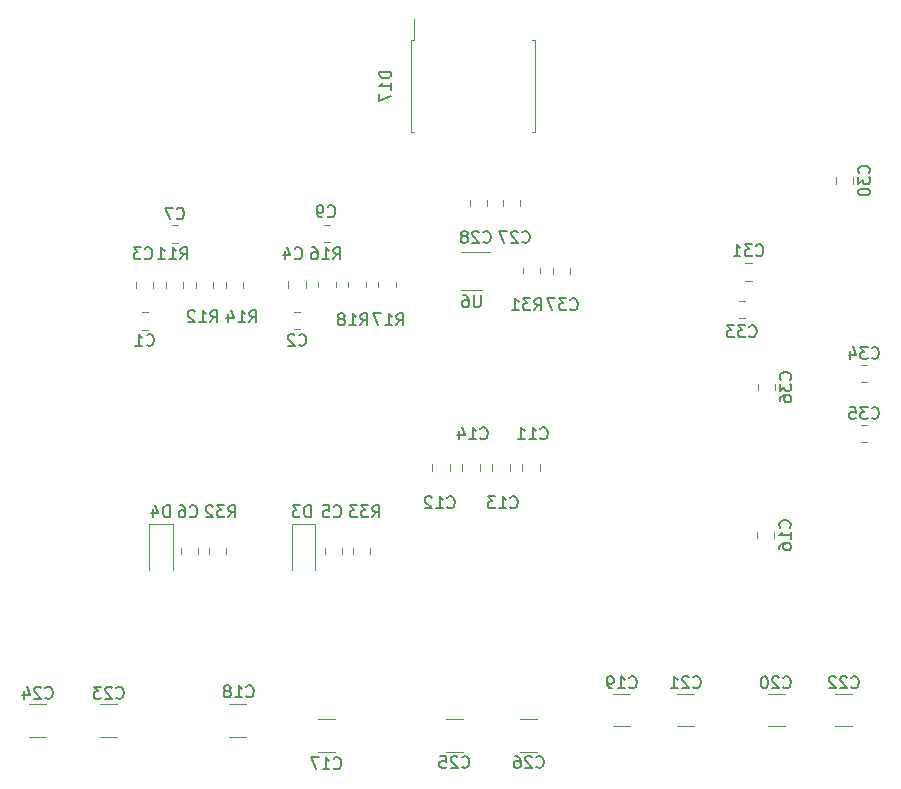
<source format=gbr>
%TF.GenerationSoftware,KiCad,Pcbnew,(6.0.1)*%
%TF.CreationDate,2023-04-21T13:11:10+03:00*%
%TF.ProjectId,Driver_Inductor,44726976-6572-45f4-996e-647563746f72,rev?*%
%TF.SameCoordinates,Original*%
%TF.FileFunction,Legend,Bot*%
%TF.FilePolarity,Positive*%
%FSLAX46Y46*%
G04 Gerber Fmt 4.6, Leading zero omitted, Abs format (unit mm)*
G04 Created by KiCad (PCBNEW (6.0.1)) date 2023-04-21 13:11:10*
%MOMM*%
%LPD*%
G01*
G04 APERTURE LIST*
%ADD10C,0.150000*%
%ADD11C,0.120000*%
G04 APERTURE END LIST*
D10*
%TO.C,C6*%
X125642666Y-107037142D02*
X125690285Y-107084761D01*
X125833142Y-107132380D01*
X125928380Y-107132380D01*
X126071238Y-107084761D01*
X126166476Y-106989523D01*
X126214095Y-106894285D01*
X126261714Y-106703809D01*
X126261714Y-106560952D01*
X126214095Y-106370476D01*
X126166476Y-106275238D01*
X126071238Y-106180000D01*
X125928380Y-106132380D01*
X125833142Y-106132380D01*
X125690285Y-106180000D01*
X125642666Y-106227619D01*
X124785523Y-106132380D02*
X124976000Y-106132380D01*
X125071238Y-106180000D01*
X125118857Y-106227619D01*
X125214095Y-106370476D01*
X125261714Y-106560952D01*
X125261714Y-106941904D01*
X125214095Y-107037142D01*
X125166476Y-107084761D01*
X125071238Y-107132380D01*
X124880761Y-107132380D01*
X124785523Y-107084761D01*
X124737904Y-107037142D01*
X124690285Y-106941904D01*
X124690285Y-106703809D01*
X124737904Y-106608571D01*
X124785523Y-106560952D01*
X124880761Y-106513333D01*
X125071238Y-106513333D01*
X125166476Y-106560952D01*
X125214095Y-106608571D01*
X125261714Y-106703809D01*
%TO.C,C14*%
X150248857Y-100433142D02*
X150296476Y-100480761D01*
X150439333Y-100528380D01*
X150534571Y-100528380D01*
X150677428Y-100480761D01*
X150772666Y-100385523D01*
X150820285Y-100290285D01*
X150867904Y-100099809D01*
X150867904Y-99956952D01*
X150820285Y-99766476D01*
X150772666Y-99671238D01*
X150677428Y-99576000D01*
X150534571Y-99528380D01*
X150439333Y-99528380D01*
X150296476Y-99576000D01*
X150248857Y-99623619D01*
X149296476Y-100528380D02*
X149867904Y-100528380D01*
X149582190Y-100528380D02*
X149582190Y-99528380D01*
X149677428Y-99671238D01*
X149772666Y-99766476D01*
X149867904Y-99814095D01*
X148439333Y-99861714D02*
X148439333Y-100528380D01*
X148677428Y-99480761D02*
X148915523Y-100195047D01*
X148296476Y-100195047D01*
%TO.C,C28*%
X150502857Y-83796142D02*
X150550476Y-83843761D01*
X150693333Y-83891380D01*
X150788571Y-83891380D01*
X150931428Y-83843761D01*
X151026666Y-83748523D01*
X151074285Y-83653285D01*
X151121904Y-83462809D01*
X151121904Y-83319952D01*
X151074285Y-83129476D01*
X151026666Y-83034238D01*
X150931428Y-82939000D01*
X150788571Y-82891380D01*
X150693333Y-82891380D01*
X150550476Y-82939000D01*
X150502857Y-82986619D01*
X150121904Y-82986619D02*
X150074285Y-82939000D01*
X149979047Y-82891380D01*
X149740952Y-82891380D01*
X149645714Y-82939000D01*
X149598095Y-82986619D01*
X149550476Y-83081857D01*
X149550476Y-83177095D01*
X149598095Y-83319952D01*
X150169523Y-83891380D01*
X149550476Y-83891380D01*
X148979047Y-83319952D02*
X149074285Y-83272333D01*
X149121904Y-83224714D01*
X149169523Y-83129476D01*
X149169523Y-83081857D01*
X149121904Y-82986619D01*
X149074285Y-82939000D01*
X148979047Y-82891380D01*
X148788571Y-82891380D01*
X148693333Y-82939000D01*
X148645714Y-82986619D01*
X148598095Y-83081857D01*
X148598095Y-83129476D01*
X148645714Y-83224714D01*
X148693333Y-83272333D01*
X148788571Y-83319952D01*
X148979047Y-83319952D01*
X149074285Y-83367571D01*
X149121904Y-83415190D01*
X149169523Y-83510428D01*
X149169523Y-83700904D01*
X149121904Y-83796142D01*
X149074285Y-83843761D01*
X148979047Y-83891380D01*
X148788571Y-83891380D01*
X148693333Y-83843761D01*
X148645714Y-83796142D01*
X148598095Y-83700904D01*
X148598095Y-83510428D01*
X148645714Y-83415190D01*
X148693333Y-83367571D01*
X148788571Y-83319952D01*
%TO.C,R32*%
X128912857Y-107132380D02*
X129246190Y-106656190D01*
X129484285Y-107132380D02*
X129484285Y-106132380D01*
X129103333Y-106132380D01*
X129008095Y-106180000D01*
X128960476Y-106227619D01*
X128912857Y-106322857D01*
X128912857Y-106465714D01*
X128960476Y-106560952D01*
X129008095Y-106608571D01*
X129103333Y-106656190D01*
X129484285Y-106656190D01*
X128579523Y-106132380D02*
X127960476Y-106132380D01*
X128293809Y-106513333D01*
X128150952Y-106513333D01*
X128055714Y-106560952D01*
X128008095Y-106608571D01*
X127960476Y-106703809D01*
X127960476Y-106941904D01*
X128008095Y-107037142D01*
X128055714Y-107084761D01*
X128150952Y-107132380D01*
X128436666Y-107132380D01*
X128531904Y-107084761D01*
X128579523Y-107037142D01*
X127579523Y-106227619D02*
X127531904Y-106180000D01*
X127436666Y-106132380D01*
X127198571Y-106132380D01*
X127103333Y-106180000D01*
X127055714Y-106227619D01*
X127008095Y-106322857D01*
X127008095Y-106418095D01*
X127055714Y-106560952D01*
X127627142Y-107132380D01*
X127008095Y-107132380D01*
%TO.C,R14*%
X130690857Y-90622380D02*
X131024190Y-90146190D01*
X131262285Y-90622380D02*
X131262285Y-89622380D01*
X130881333Y-89622380D01*
X130786095Y-89670000D01*
X130738476Y-89717619D01*
X130690857Y-89812857D01*
X130690857Y-89955714D01*
X130738476Y-90050952D01*
X130786095Y-90098571D01*
X130881333Y-90146190D01*
X131262285Y-90146190D01*
X129738476Y-90622380D02*
X130309904Y-90622380D01*
X130024190Y-90622380D02*
X130024190Y-89622380D01*
X130119428Y-89765238D01*
X130214666Y-89860476D01*
X130309904Y-89908095D01*
X128881333Y-89955714D02*
X128881333Y-90622380D01*
X129119428Y-89574761D02*
X129357523Y-90289047D01*
X128738476Y-90289047D01*
%TO.C,C16*%
X176433542Y-108002342D02*
X176481161Y-107954723D01*
X176528780Y-107811866D01*
X176528780Y-107716628D01*
X176481161Y-107573771D01*
X176385923Y-107478533D01*
X176290685Y-107430914D01*
X176100209Y-107383295D01*
X175957352Y-107383295D01*
X175766876Y-107430914D01*
X175671638Y-107478533D01*
X175576400Y-107573771D01*
X175528780Y-107716628D01*
X175528780Y-107811866D01*
X175576400Y-107954723D01*
X175624019Y-108002342D01*
X176528780Y-108954723D02*
X176528780Y-108383295D01*
X176528780Y-108669009D02*
X175528780Y-108669009D01*
X175671638Y-108573771D01*
X175766876Y-108478533D01*
X175814495Y-108383295D01*
X175528780Y-109811866D02*
X175528780Y-109621390D01*
X175576400Y-109526152D01*
X175624019Y-109478533D01*
X175766876Y-109383295D01*
X175957352Y-109335676D01*
X176338304Y-109335676D01*
X176433542Y-109383295D01*
X176481161Y-109430914D01*
X176528780Y-109526152D01*
X176528780Y-109716628D01*
X176481161Y-109811866D01*
X176433542Y-109859485D01*
X176338304Y-109907104D01*
X176100209Y-109907104D01*
X176004971Y-109859485D01*
X175957352Y-109811866D01*
X175909733Y-109716628D01*
X175909733Y-109526152D01*
X175957352Y-109430914D01*
X176004971Y-109383295D01*
X176100209Y-109335676D01*
%TO.C,C9*%
X137326666Y-81637142D02*
X137374285Y-81684761D01*
X137517142Y-81732380D01*
X137612380Y-81732380D01*
X137755238Y-81684761D01*
X137850476Y-81589523D01*
X137898095Y-81494285D01*
X137945714Y-81303809D01*
X137945714Y-81160952D01*
X137898095Y-80970476D01*
X137850476Y-80875238D01*
X137755238Y-80780000D01*
X137612380Y-80732380D01*
X137517142Y-80732380D01*
X137374285Y-80780000D01*
X137326666Y-80827619D01*
X136850476Y-81732380D02*
X136660000Y-81732380D01*
X136564761Y-81684761D01*
X136517142Y-81637142D01*
X136421904Y-81494285D01*
X136374285Y-81303809D01*
X136374285Y-80922857D01*
X136421904Y-80827619D01*
X136469523Y-80780000D01*
X136564761Y-80732380D01*
X136755238Y-80732380D01*
X136850476Y-80780000D01*
X136898095Y-80827619D01*
X136945714Y-80922857D01*
X136945714Y-81160952D01*
X136898095Y-81256190D01*
X136850476Y-81303809D01*
X136755238Y-81351428D01*
X136564761Y-81351428D01*
X136469523Y-81303809D01*
X136421904Y-81256190D01*
X136374285Y-81160952D01*
%TO.C,R16*%
X137802857Y-85288380D02*
X138136190Y-84812190D01*
X138374285Y-85288380D02*
X138374285Y-84288380D01*
X137993333Y-84288380D01*
X137898095Y-84336000D01*
X137850476Y-84383619D01*
X137802857Y-84478857D01*
X137802857Y-84621714D01*
X137850476Y-84716952D01*
X137898095Y-84764571D01*
X137993333Y-84812190D01*
X138374285Y-84812190D01*
X136850476Y-85288380D02*
X137421904Y-85288380D01*
X137136190Y-85288380D02*
X137136190Y-84288380D01*
X137231428Y-84431238D01*
X137326666Y-84526476D01*
X137421904Y-84574095D01*
X135993333Y-84288380D02*
X136183809Y-84288380D01*
X136279047Y-84336000D01*
X136326666Y-84383619D01*
X136421904Y-84526476D01*
X136469523Y-84716952D01*
X136469523Y-85097904D01*
X136421904Y-85193142D01*
X136374285Y-85240761D01*
X136279047Y-85288380D01*
X136088571Y-85288380D01*
X135993333Y-85240761D01*
X135945714Y-85193142D01*
X135898095Y-85097904D01*
X135898095Y-84859809D01*
X135945714Y-84764571D01*
X135993333Y-84716952D01*
X136088571Y-84669333D01*
X136279047Y-84669333D01*
X136374285Y-84716952D01*
X136421904Y-84764571D01*
X136469523Y-84859809D01*
%TO.C,C1*%
X121985066Y-92537342D02*
X122032685Y-92584961D01*
X122175542Y-92632580D01*
X122270780Y-92632580D01*
X122413638Y-92584961D01*
X122508876Y-92489723D01*
X122556495Y-92394485D01*
X122604114Y-92204009D01*
X122604114Y-92061152D01*
X122556495Y-91870676D01*
X122508876Y-91775438D01*
X122413638Y-91680200D01*
X122270780Y-91632580D01*
X122175542Y-91632580D01*
X122032685Y-91680200D01*
X121985066Y-91727819D01*
X121032685Y-92632580D02*
X121604114Y-92632580D01*
X121318400Y-92632580D02*
X121318400Y-91632580D01*
X121413638Y-91775438D01*
X121508876Y-91870676D01*
X121604114Y-91918295D01*
%TO.C,C23*%
X119426357Y-122390142D02*
X119473976Y-122437761D01*
X119616833Y-122485380D01*
X119712071Y-122485380D01*
X119854928Y-122437761D01*
X119950166Y-122342523D01*
X119997785Y-122247285D01*
X120045404Y-122056809D01*
X120045404Y-121913952D01*
X119997785Y-121723476D01*
X119950166Y-121628238D01*
X119854928Y-121533000D01*
X119712071Y-121485380D01*
X119616833Y-121485380D01*
X119473976Y-121533000D01*
X119426357Y-121580619D01*
X119045404Y-121580619D02*
X118997785Y-121533000D01*
X118902547Y-121485380D01*
X118664452Y-121485380D01*
X118569214Y-121533000D01*
X118521595Y-121580619D01*
X118473976Y-121675857D01*
X118473976Y-121771095D01*
X118521595Y-121913952D01*
X119093023Y-122485380D01*
X118473976Y-122485380D01*
X118140642Y-121485380D02*
X117521595Y-121485380D01*
X117854928Y-121866333D01*
X117712071Y-121866333D01*
X117616833Y-121913952D01*
X117569214Y-121961571D01*
X117521595Y-122056809D01*
X117521595Y-122294904D01*
X117569214Y-122390142D01*
X117616833Y-122437761D01*
X117712071Y-122485380D01*
X117997785Y-122485380D01*
X118093023Y-122437761D01*
X118140642Y-122390142D01*
%TO.C,C36*%
X176484342Y-95476242D02*
X176531961Y-95428623D01*
X176579580Y-95285766D01*
X176579580Y-95190528D01*
X176531961Y-95047671D01*
X176436723Y-94952433D01*
X176341485Y-94904814D01*
X176151009Y-94857195D01*
X176008152Y-94857195D01*
X175817676Y-94904814D01*
X175722438Y-94952433D01*
X175627200Y-95047671D01*
X175579580Y-95190528D01*
X175579580Y-95285766D01*
X175627200Y-95428623D01*
X175674819Y-95476242D01*
X175579580Y-95809576D02*
X175579580Y-96428623D01*
X175960533Y-96095290D01*
X175960533Y-96238147D01*
X176008152Y-96333385D01*
X176055771Y-96381004D01*
X176151009Y-96428623D01*
X176389104Y-96428623D01*
X176484342Y-96381004D01*
X176531961Y-96333385D01*
X176579580Y-96238147D01*
X176579580Y-95952433D01*
X176531961Y-95857195D01*
X176484342Y-95809576D01*
X175579580Y-97285766D02*
X175579580Y-97095290D01*
X175627200Y-97000052D01*
X175674819Y-96952433D01*
X175817676Y-96857195D01*
X176008152Y-96809576D01*
X176389104Y-96809576D01*
X176484342Y-96857195D01*
X176531961Y-96904814D01*
X176579580Y-97000052D01*
X176579580Y-97190528D01*
X176531961Y-97285766D01*
X176484342Y-97333385D01*
X176389104Y-97381004D01*
X176151009Y-97381004D01*
X176055771Y-97333385D01*
X176008152Y-97285766D01*
X175960533Y-97190528D01*
X175960533Y-97000052D01*
X176008152Y-96904814D01*
X176055771Y-96857195D01*
X176151009Y-96809576D01*
%TO.C,R12*%
X127388857Y-90622380D02*
X127722190Y-90146190D01*
X127960285Y-90622380D02*
X127960285Y-89622380D01*
X127579333Y-89622380D01*
X127484095Y-89670000D01*
X127436476Y-89717619D01*
X127388857Y-89812857D01*
X127388857Y-89955714D01*
X127436476Y-90050952D01*
X127484095Y-90098571D01*
X127579333Y-90146190D01*
X127960285Y-90146190D01*
X126436476Y-90622380D02*
X127007904Y-90622380D01*
X126722190Y-90622380D02*
X126722190Y-89622380D01*
X126817428Y-89765238D01*
X126912666Y-89860476D01*
X127007904Y-89908095D01*
X126055523Y-89717619D02*
X126007904Y-89670000D01*
X125912666Y-89622380D01*
X125674571Y-89622380D01*
X125579333Y-89670000D01*
X125531714Y-89717619D01*
X125484095Y-89812857D01*
X125484095Y-89908095D01*
X125531714Y-90050952D01*
X126103142Y-90622380D01*
X125484095Y-90622380D01*
%TO.C,C35*%
X183370457Y-98702342D02*
X183418076Y-98749961D01*
X183560933Y-98797580D01*
X183656171Y-98797580D01*
X183799028Y-98749961D01*
X183894266Y-98654723D01*
X183941885Y-98559485D01*
X183989504Y-98369009D01*
X183989504Y-98226152D01*
X183941885Y-98035676D01*
X183894266Y-97940438D01*
X183799028Y-97845200D01*
X183656171Y-97797580D01*
X183560933Y-97797580D01*
X183418076Y-97845200D01*
X183370457Y-97892819D01*
X183037123Y-97797580D02*
X182418076Y-97797580D01*
X182751409Y-98178533D01*
X182608552Y-98178533D01*
X182513314Y-98226152D01*
X182465695Y-98273771D01*
X182418076Y-98369009D01*
X182418076Y-98607104D01*
X182465695Y-98702342D01*
X182513314Y-98749961D01*
X182608552Y-98797580D01*
X182894266Y-98797580D01*
X182989504Y-98749961D01*
X183037123Y-98702342D01*
X181513314Y-97797580D02*
X181989504Y-97797580D01*
X182037123Y-98273771D01*
X181989504Y-98226152D01*
X181894266Y-98178533D01*
X181656171Y-98178533D01*
X181560933Y-98226152D01*
X181513314Y-98273771D01*
X181465695Y-98369009D01*
X181465695Y-98607104D01*
X181513314Y-98702342D01*
X181560933Y-98749961D01*
X181656171Y-98797580D01*
X181894266Y-98797580D01*
X181989504Y-98749961D01*
X182037123Y-98702342D01*
%TO.C,C20*%
X175902857Y-121515142D02*
X175950476Y-121562761D01*
X176093333Y-121610380D01*
X176188571Y-121610380D01*
X176331428Y-121562761D01*
X176426666Y-121467523D01*
X176474285Y-121372285D01*
X176521904Y-121181809D01*
X176521904Y-121038952D01*
X176474285Y-120848476D01*
X176426666Y-120753238D01*
X176331428Y-120658000D01*
X176188571Y-120610380D01*
X176093333Y-120610380D01*
X175950476Y-120658000D01*
X175902857Y-120705619D01*
X175521904Y-120705619D02*
X175474285Y-120658000D01*
X175379047Y-120610380D01*
X175140952Y-120610380D01*
X175045714Y-120658000D01*
X174998095Y-120705619D01*
X174950476Y-120800857D01*
X174950476Y-120896095D01*
X174998095Y-121038952D01*
X175569523Y-121610380D01*
X174950476Y-121610380D01*
X174331428Y-120610380D02*
X174236190Y-120610380D01*
X174140952Y-120658000D01*
X174093333Y-120705619D01*
X174045714Y-120800857D01*
X173998095Y-120991333D01*
X173998095Y-121229428D01*
X174045714Y-121419904D01*
X174093333Y-121515142D01*
X174140952Y-121562761D01*
X174236190Y-121610380D01*
X174331428Y-121610380D01*
X174426666Y-121562761D01*
X174474285Y-121515142D01*
X174521904Y-121419904D01*
X174569523Y-121229428D01*
X174569523Y-120991333D01*
X174521904Y-120800857D01*
X174474285Y-120705619D01*
X174426666Y-120658000D01*
X174331428Y-120610380D01*
%TO.C,U6*%
X150266304Y-88352380D02*
X150266304Y-89161904D01*
X150218685Y-89257142D01*
X150171066Y-89304761D01*
X150075828Y-89352380D01*
X149885352Y-89352380D01*
X149790114Y-89304761D01*
X149742495Y-89257142D01*
X149694876Y-89161904D01*
X149694876Y-88352380D01*
X148790114Y-88352380D02*
X148980590Y-88352380D01*
X149075828Y-88400000D01*
X149123447Y-88447619D01*
X149218685Y-88590476D01*
X149266304Y-88780952D01*
X149266304Y-89161904D01*
X149218685Y-89257142D01*
X149171066Y-89304761D01*
X149075828Y-89352380D01*
X148885352Y-89352380D01*
X148790114Y-89304761D01*
X148742495Y-89257142D01*
X148694876Y-89161904D01*
X148694876Y-88923809D01*
X148742495Y-88828571D01*
X148790114Y-88780952D01*
X148885352Y-88733333D01*
X149075828Y-88733333D01*
X149171066Y-88780952D01*
X149218685Y-88828571D01*
X149266304Y-88923809D01*
%TO.C,C5*%
X137834666Y-107037142D02*
X137882285Y-107084761D01*
X138025142Y-107132380D01*
X138120380Y-107132380D01*
X138263238Y-107084761D01*
X138358476Y-106989523D01*
X138406095Y-106894285D01*
X138453714Y-106703809D01*
X138453714Y-106560952D01*
X138406095Y-106370476D01*
X138358476Y-106275238D01*
X138263238Y-106180000D01*
X138120380Y-106132380D01*
X138025142Y-106132380D01*
X137882285Y-106180000D01*
X137834666Y-106227619D01*
X136929904Y-106132380D02*
X137406095Y-106132380D01*
X137453714Y-106608571D01*
X137406095Y-106560952D01*
X137310857Y-106513333D01*
X137072761Y-106513333D01*
X136977523Y-106560952D01*
X136929904Y-106608571D01*
X136882285Y-106703809D01*
X136882285Y-106941904D01*
X136929904Y-107037142D01*
X136977523Y-107084761D01*
X137072761Y-107132380D01*
X137310857Y-107132380D01*
X137406095Y-107084761D01*
X137453714Y-107037142D01*
%TO.C,D17*%
X142692380Y-69397714D02*
X141692380Y-69397714D01*
X141692380Y-69635809D01*
X141740000Y-69778666D01*
X141835238Y-69873904D01*
X141930476Y-69921523D01*
X142120952Y-69969142D01*
X142263809Y-69969142D01*
X142454285Y-69921523D01*
X142549523Y-69873904D01*
X142644761Y-69778666D01*
X142692380Y-69635809D01*
X142692380Y-69397714D01*
X142692380Y-70921523D02*
X142692380Y-70350095D01*
X142692380Y-70635809D02*
X141692380Y-70635809D01*
X141835238Y-70540571D01*
X141930476Y-70445333D01*
X141978095Y-70350095D01*
X141692380Y-71254857D02*
X141692380Y-71921523D01*
X142692380Y-71492952D01*
%TO.C,C4*%
X134532666Y-85193142D02*
X134580285Y-85240761D01*
X134723142Y-85288380D01*
X134818380Y-85288380D01*
X134961238Y-85240761D01*
X135056476Y-85145523D01*
X135104095Y-85050285D01*
X135151714Y-84859809D01*
X135151714Y-84716952D01*
X135104095Y-84526476D01*
X135056476Y-84431238D01*
X134961238Y-84336000D01*
X134818380Y-84288380D01*
X134723142Y-84288380D01*
X134580285Y-84336000D01*
X134532666Y-84383619D01*
X133675523Y-84621714D02*
X133675523Y-85288380D01*
X133913619Y-84240761D02*
X134151714Y-84955047D01*
X133532666Y-84955047D01*
%TO.C,R33*%
X141104857Y-107132380D02*
X141438190Y-106656190D01*
X141676285Y-107132380D02*
X141676285Y-106132380D01*
X141295333Y-106132380D01*
X141200095Y-106180000D01*
X141152476Y-106227619D01*
X141104857Y-106322857D01*
X141104857Y-106465714D01*
X141152476Y-106560952D01*
X141200095Y-106608571D01*
X141295333Y-106656190D01*
X141676285Y-106656190D01*
X140771523Y-106132380D02*
X140152476Y-106132380D01*
X140485809Y-106513333D01*
X140342952Y-106513333D01*
X140247714Y-106560952D01*
X140200095Y-106608571D01*
X140152476Y-106703809D01*
X140152476Y-106941904D01*
X140200095Y-107037142D01*
X140247714Y-107084761D01*
X140342952Y-107132380D01*
X140628666Y-107132380D01*
X140723904Y-107084761D01*
X140771523Y-107037142D01*
X139819142Y-106132380D02*
X139200095Y-106132380D01*
X139533428Y-106513333D01*
X139390571Y-106513333D01*
X139295333Y-106560952D01*
X139247714Y-106608571D01*
X139200095Y-106703809D01*
X139200095Y-106941904D01*
X139247714Y-107037142D01*
X139295333Y-107084761D01*
X139390571Y-107132380D01*
X139676285Y-107132380D01*
X139771523Y-107084761D01*
X139819142Y-107037142D01*
%TO.C,C11*%
X155328857Y-100433142D02*
X155376476Y-100480761D01*
X155519333Y-100528380D01*
X155614571Y-100528380D01*
X155757428Y-100480761D01*
X155852666Y-100385523D01*
X155900285Y-100290285D01*
X155947904Y-100099809D01*
X155947904Y-99956952D01*
X155900285Y-99766476D01*
X155852666Y-99671238D01*
X155757428Y-99576000D01*
X155614571Y-99528380D01*
X155519333Y-99528380D01*
X155376476Y-99576000D01*
X155328857Y-99623619D01*
X154376476Y-100528380D02*
X154947904Y-100528380D01*
X154662190Y-100528380D02*
X154662190Y-99528380D01*
X154757428Y-99671238D01*
X154852666Y-99766476D01*
X154947904Y-99814095D01*
X153424095Y-100528380D02*
X153995523Y-100528380D01*
X153709809Y-100528380D02*
X153709809Y-99528380D01*
X153805047Y-99671238D01*
X153900285Y-99766476D01*
X153995523Y-99814095D01*
%TO.C,D3*%
X135866095Y-107132380D02*
X135866095Y-106132380D01*
X135628000Y-106132380D01*
X135485142Y-106180000D01*
X135389904Y-106275238D01*
X135342285Y-106370476D01*
X135294666Y-106560952D01*
X135294666Y-106703809D01*
X135342285Y-106894285D01*
X135389904Y-106989523D01*
X135485142Y-107084761D01*
X135628000Y-107132380D01*
X135866095Y-107132380D01*
X134961333Y-106132380D02*
X134342285Y-106132380D01*
X134675619Y-106513333D01*
X134532761Y-106513333D01*
X134437523Y-106560952D01*
X134389904Y-106608571D01*
X134342285Y-106703809D01*
X134342285Y-106941904D01*
X134389904Y-107037142D01*
X134437523Y-107084761D01*
X134532761Y-107132380D01*
X134818476Y-107132380D01*
X134913714Y-107084761D01*
X134961333Y-107037142D01*
%TO.C,C21*%
X168282857Y-121501142D02*
X168330476Y-121548761D01*
X168473333Y-121596380D01*
X168568571Y-121596380D01*
X168711428Y-121548761D01*
X168806666Y-121453523D01*
X168854285Y-121358285D01*
X168901904Y-121167809D01*
X168901904Y-121024952D01*
X168854285Y-120834476D01*
X168806666Y-120739238D01*
X168711428Y-120644000D01*
X168568571Y-120596380D01*
X168473333Y-120596380D01*
X168330476Y-120644000D01*
X168282857Y-120691619D01*
X167901904Y-120691619D02*
X167854285Y-120644000D01*
X167759047Y-120596380D01*
X167520952Y-120596380D01*
X167425714Y-120644000D01*
X167378095Y-120691619D01*
X167330476Y-120786857D01*
X167330476Y-120882095D01*
X167378095Y-121024952D01*
X167949523Y-121596380D01*
X167330476Y-121596380D01*
X166378095Y-121596380D02*
X166949523Y-121596380D01*
X166663809Y-121596380D02*
X166663809Y-120596380D01*
X166759047Y-120739238D01*
X166854285Y-120834476D01*
X166949523Y-120882095D01*
%TO.C,D4*%
X123928095Y-107132380D02*
X123928095Y-106132380D01*
X123690000Y-106132380D01*
X123547142Y-106180000D01*
X123451904Y-106275238D01*
X123404285Y-106370476D01*
X123356666Y-106560952D01*
X123356666Y-106703809D01*
X123404285Y-106894285D01*
X123451904Y-106989523D01*
X123547142Y-107084761D01*
X123690000Y-107132380D01*
X123928095Y-107132380D01*
X122499523Y-106465714D02*
X122499523Y-107132380D01*
X122737619Y-106084761D02*
X122975714Y-106799047D01*
X122356666Y-106799047D01*
%TO.C,C12*%
X147454857Y-106275142D02*
X147502476Y-106322761D01*
X147645333Y-106370380D01*
X147740571Y-106370380D01*
X147883428Y-106322761D01*
X147978666Y-106227523D01*
X148026285Y-106132285D01*
X148073904Y-105941809D01*
X148073904Y-105798952D01*
X148026285Y-105608476D01*
X147978666Y-105513238D01*
X147883428Y-105418000D01*
X147740571Y-105370380D01*
X147645333Y-105370380D01*
X147502476Y-105418000D01*
X147454857Y-105465619D01*
X146502476Y-106370380D02*
X147073904Y-106370380D01*
X146788190Y-106370380D02*
X146788190Y-105370380D01*
X146883428Y-105513238D01*
X146978666Y-105608476D01*
X147073904Y-105656095D01*
X146121523Y-105465619D02*
X146073904Y-105418000D01*
X145978666Y-105370380D01*
X145740571Y-105370380D01*
X145645333Y-105418000D01*
X145597714Y-105465619D01*
X145550095Y-105560857D01*
X145550095Y-105656095D01*
X145597714Y-105798952D01*
X146169142Y-106370380D01*
X145550095Y-106370380D01*
%TO.C,C18*%
X130436857Y-122277142D02*
X130484476Y-122324761D01*
X130627333Y-122372380D01*
X130722571Y-122372380D01*
X130865428Y-122324761D01*
X130960666Y-122229523D01*
X131008285Y-122134285D01*
X131055904Y-121943809D01*
X131055904Y-121800952D01*
X131008285Y-121610476D01*
X130960666Y-121515238D01*
X130865428Y-121420000D01*
X130722571Y-121372380D01*
X130627333Y-121372380D01*
X130484476Y-121420000D01*
X130436857Y-121467619D01*
X129484476Y-122372380D02*
X130055904Y-122372380D01*
X129770190Y-122372380D02*
X129770190Y-121372380D01*
X129865428Y-121515238D01*
X129960666Y-121610476D01*
X130055904Y-121658095D01*
X128913047Y-121800952D02*
X129008285Y-121753333D01*
X129055904Y-121705714D01*
X129103523Y-121610476D01*
X129103523Y-121562857D01*
X129055904Y-121467619D01*
X129008285Y-121420000D01*
X128913047Y-121372380D01*
X128722571Y-121372380D01*
X128627333Y-121420000D01*
X128579714Y-121467619D01*
X128532095Y-121562857D01*
X128532095Y-121610476D01*
X128579714Y-121705714D01*
X128627333Y-121753333D01*
X128722571Y-121800952D01*
X128913047Y-121800952D01*
X129008285Y-121848571D01*
X129055904Y-121896190D01*
X129103523Y-121991428D01*
X129103523Y-122181904D01*
X129055904Y-122277142D01*
X129008285Y-122324761D01*
X128913047Y-122372380D01*
X128722571Y-122372380D01*
X128627333Y-122324761D01*
X128579714Y-122277142D01*
X128532095Y-122181904D01*
X128532095Y-121991428D01*
X128579714Y-121896190D01*
X128627333Y-121848571D01*
X128722571Y-121800952D01*
%TO.C,R31*%
X154820857Y-89606380D02*
X155154190Y-89130190D01*
X155392285Y-89606380D02*
X155392285Y-88606380D01*
X155011333Y-88606380D01*
X154916095Y-88654000D01*
X154868476Y-88701619D01*
X154820857Y-88796857D01*
X154820857Y-88939714D01*
X154868476Y-89034952D01*
X154916095Y-89082571D01*
X155011333Y-89130190D01*
X155392285Y-89130190D01*
X154487523Y-88606380D02*
X153868476Y-88606380D01*
X154201809Y-88987333D01*
X154058952Y-88987333D01*
X153963714Y-89034952D01*
X153916095Y-89082571D01*
X153868476Y-89177809D01*
X153868476Y-89415904D01*
X153916095Y-89511142D01*
X153963714Y-89558761D01*
X154058952Y-89606380D01*
X154344666Y-89606380D01*
X154439904Y-89558761D01*
X154487523Y-89511142D01*
X152916095Y-89606380D02*
X153487523Y-89606380D01*
X153201809Y-89606380D02*
X153201809Y-88606380D01*
X153297047Y-88749238D01*
X153392285Y-88844476D01*
X153487523Y-88892095D01*
%TO.C,C22*%
X181656357Y-121505642D02*
X181703976Y-121553261D01*
X181846833Y-121600880D01*
X181942071Y-121600880D01*
X182084928Y-121553261D01*
X182180166Y-121458023D01*
X182227785Y-121362785D01*
X182275404Y-121172309D01*
X182275404Y-121029452D01*
X182227785Y-120838976D01*
X182180166Y-120743738D01*
X182084928Y-120648500D01*
X181942071Y-120600880D01*
X181846833Y-120600880D01*
X181703976Y-120648500D01*
X181656357Y-120696119D01*
X181275404Y-120696119D02*
X181227785Y-120648500D01*
X181132547Y-120600880D01*
X180894452Y-120600880D01*
X180799214Y-120648500D01*
X180751595Y-120696119D01*
X180703976Y-120791357D01*
X180703976Y-120886595D01*
X180751595Y-121029452D01*
X181323023Y-121600880D01*
X180703976Y-121600880D01*
X180323023Y-120696119D02*
X180275404Y-120648500D01*
X180180166Y-120600880D01*
X179942071Y-120600880D01*
X179846833Y-120648500D01*
X179799214Y-120696119D01*
X179751595Y-120791357D01*
X179751595Y-120886595D01*
X179799214Y-121029452D01*
X180370642Y-121600880D01*
X179751595Y-121600880D01*
%TO.C,C30*%
X183139142Y-77970142D02*
X183186761Y-77922523D01*
X183234380Y-77779666D01*
X183234380Y-77684428D01*
X183186761Y-77541571D01*
X183091523Y-77446333D01*
X182996285Y-77398714D01*
X182805809Y-77351095D01*
X182662952Y-77351095D01*
X182472476Y-77398714D01*
X182377238Y-77446333D01*
X182282000Y-77541571D01*
X182234380Y-77684428D01*
X182234380Y-77779666D01*
X182282000Y-77922523D01*
X182329619Y-77970142D01*
X182234380Y-78303476D02*
X182234380Y-78922523D01*
X182615333Y-78589190D01*
X182615333Y-78732047D01*
X182662952Y-78827285D01*
X182710571Y-78874904D01*
X182805809Y-78922523D01*
X183043904Y-78922523D01*
X183139142Y-78874904D01*
X183186761Y-78827285D01*
X183234380Y-78732047D01*
X183234380Y-78446333D01*
X183186761Y-78351095D01*
X183139142Y-78303476D01*
X182234380Y-79541571D02*
X182234380Y-79636809D01*
X182282000Y-79732047D01*
X182329619Y-79779666D01*
X182424857Y-79827285D01*
X182615333Y-79874904D01*
X182853428Y-79874904D01*
X183043904Y-79827285D01*
X183139142Y-79779666D01*
X183186761Y-79732047D01*
X183234380Y-79636809D01*
X183234380Y-79541571D01*
X183186761Y-79446333D01*
X183139142Y-79398714D01*
X183043904Y-79351095D01*
X182853428Y-79303476D01*
X182615333Y-79303476D01*
X182424857Y-79351095D01*
X182329619Y-79398714D01*
X182282000Y-79446333D01*
X182234380Y-79541571D01*
%TO.C,C19*%
X162860357Y-121515142D02*
X162907976Y-121562761D01*
X163050833Y-121610380D01*
X163146071Y-121610380D01*
X163288928Y-121562761D01*
X163384166Y-121467523D01*
X163431785Y-121372285D01*
X163479404Y-121181809D01*
X163479404Y-121038952D01*
X163431785Y-120848476D01*
X163384166Y-120753238D01*
X163288928Y-120658000D01*
X163146071Y-120610380D01*
X163050833Y-120610380D01*
X162907976Y-120658000D01*
X162860357Y-120705619D01*
X161907976Y-121610380D02*
X162479404Y-121610380D01*
X162193690Y-121610380D02*
X162193690Y-120610380D01*
X162288928Y-120753238D01*
X162384166Y-120848476D01*
X162479404Y-120896095D01*
X161431785Y-121610380D02*
X161241309Y-121610380D01*
X161146071Y-121562761D01*
X161098452Y-121515142D01*
X161003214Y-121372285D01*
X160955595Y-121181809D01*
X160955595Y-120800857D01*
X161003214Y-120705619D01*
X161050833Y-120658000D01*
X161146071Y-120610380D01*
X161336547Y-120610380D01*
X161431785Y-120658000D01*
X161479404Y-120705619D01*
X161527023Y-120800857D01*
X161527023Y-121038952D01*
X161479404Y-121134190D01*
X161431785Y-121181809D01*
X161336547Y-121229428D01*
X161146071Y-121229428D01*
X161050833Y-121181809D01*
X161003214Y-121134190D01*
X160955595Y-121038952D01*
%TO.C,R17*%
X143136857Y-90876380D02*
X143470190Y-90400190D01*
X143708285Y-90876380D02*
X143708285Y-89876380D01*
X143327333Y-89876380D01*
X143232095Y-89924000D01*
X143184476Y-89971619D01*
X143136857Y-90066857D01*
X143136857Y-90209714D01*
X143184476Y-90304952D01*
X143232095Y-90352571D01*
X143327333Y-90400190D01*
X143708285Y-90400190D01*
X142184476Y-90876380D02*
X142755904Y-90876380D01*
X142470190Y-90876380D02*
X142470190Y-89876380D01*
X142565428Y-90019238D01*
X142660666Y-90114476D01*
X142755904Y-90162095D01*
X141851142Y-89876380D02*
X141184476Y-89876380D01*
X141613047Y-90876380D01*
%TO.C,C2*%
X134888266Y-92511942D02*
X134935885Y-92559561D01*
X135078742Y-92607180D01*
X135173980Y-92607180D01*
X135316838Y-92559561D01*
X135412076Y-92464323D01*
X135459695Y-92369085D01*
X135507314Y-92178609D01*
X135507314Y-92035752D01*
X135459695Y-91845276D01*
X135412076Y-91750038D01*
X135316838Y-91654800D01*
X135173980Y-91607180D01*
X135078742Y-91607180D01*
X134935885Y-91654800D01*
X134888266Y-91702419D01*
X134507314Y-91702419D02*
X134459695Y-91654800D01*
X134364457Y-91607180D01*
X134126361Y-91607180D01*
X134031123Y-91654800D01*
X133983504Y-91702419D01*
X133935885Y-91797657D01*
X133935885Y-91892895D01*
X133983504Y-92035752D01*
X134554933Y-92607180D01*
X133935885Y-92607180D01*
%TO.C,C7*%
X124525066Y-81811342D02*
X124572685Y-81858961D01*
X124715542Y-81906580D01*
X124810780Y-81906580D01*
X124953638Y-81858961D01*
X125048876Y-81763723D01*
X125096495Y-81668485D01*
X125144114Y-81478009D01*
X125144114Y-81335152D01*
X125096495Y-81144676D01*
X125048876Y-81049438D01*
X124953638Y-80954200D01*
X124810780Y-80906580D01*
X124715542Y-80906580D01*
X124572685Y-80954200D01*
X124525066Y-81001819D01*
X124191733Y-80906580D02*
X123525066Y-80906580D01*
X123953638Y-81906580D01*
%TO.C,C31*%
X173595357Y-84939142D02*
X173642976Y-84986761D01*
X173785833Y-85034380D01*
X173881071Y-85034380D01*
X174023928Y-84986761D01*
X174119166Y-84891523D01*
X174166785Y-84796285D01*
X174214404Y-84605809D01*
X174214404Y-84462952D01*
X174166785Y-84272476D01*
X174119166Y-84177238D01*
X174023928Y-84082000D01*
X173881071Y-84034380D01*
X173785833Y-84034380D01*
X173642976Y-84082000D01*
X173595357Y-84129619D01*
X173262023Y-84034380D02*
X172642976Y-84034380D01*
X172976309Y-84415333D01*
X172833452Y-84415333D01*
X172738214Y-84462952D01*
X172690595Y-84510571D01*
X172642976Y-84605809D01*
X172642976Y-84843904D01*
X172690595Y-84939142D01*
X172738214Y-84986761D01*
X172833452Y-85034380D01*
X173119166Y-85034380D01*
X173214404Y-84986761D01*
X173262023Y-84939142D01*
X171690595Y-85034380D02*
X172262023Y-85034380D01*
X171976309Y-85034380D02*
X171976309Y-84034380D01*
X172071547Y-84177238D01*
X172166785Y-84272476D01*
X172262023Y-84320095D01*
%TO.C,C13*%
X152788857Y-106275142D02*
X152836476Y-106322761D01*
X152979333Y-106370380D01*
X153074571Y-106370380D01*
X153217428Y-106322761D01*
X153312666Y-106227523D01*
X153360285Y-106132285D01*
X153407904Y-105941809D01*
X153407904Y-105798952D01*
X153360285Y-105608476D01*
X153312666Y-105513238D01*
X153217428Y-105418000D01*
X153074571Y-105370380D01*
X152979333Y-105370380D01*
X152836476Y-105418000D01*
X152788857Y-105465619D01*
X151836476Y-106370380D02*
X152407904Y-106370380D01*
X152122190Y-106370380D02*
X152122190Y-105370380D01*
X152217428Y-105513238D01*
X152312666Y-105608476D01*
X152407904Y-105656095D01*
X151503142Y-105370380D02*
X150884095Y-105370380D01*
X151217428Y-105751333D01*
X151074571Y-105751333D01*
X150979333Y-105798952D01*
X150931714Y-105846571D01*
X150884095Y-105941809D01*
X150884095Y-106179904D01*
X150931714Y-106275142D01*
X150979333Y-106322761D01*
X151074571Y-106370380D01*
X151360285Y-106370380D01*
X151455523Y-106322761D01*
X151503142Y-106275142D01*
%TO.C,C24*%
X113418857Y-122390142D02*
X113466476Y-122437761D01*
X113609333Y-122485380D01*
X113704571Y-122485380D01*
X113847428Y-122437761D01*
X113942666Y-122342523D01*
X113990285Y-122247285D01*
X114037904Y-122056809D01*
X114037904Y-121913952D01*
X113990285Y-121723476D01*
X113942666Y-121628238D01*
X113847428Y-121533000D01*
X113704571Y-121485380D01*
X113609333Y-121485380D01*
X113466476Y-121533000D01*
X113418857Y-121580619D01*
X113037904Y-121580619D02*
X112990285Y-121533000D01*
X112895047Y-121485380D01*
X112656952Y-121485380D01*
X112561714Y-121533000D01*
X112514095Y-121580619D01*
X112466476Y-121675857D01*
X112466476Y-121771095D01*
X112514095Y-121913952D01*
X113085523Y-122485380D01*
X112466476Y-122485380D01*
X111609333Y-121818714D02*
X111609333Y-122485380D01*
X111847428Y-121437761D02*
X112085523Y-122152047D01*
X111466476Y-122152047D01*
%TO.C,R11*%
X124848857Y-85288380D02*
X125182190Y-84812190D01*
X125420285Y-85288380D02*
X125420285Y-84288380D01*
X125039333Y-84288380D01*
X124944095Y-84336000D01*
X124896476Y-84383619D01*
X124848857Y-84478857D01*
X124848857Y-84621714D01*
X124896476Y-84716952D01*
X124944095Y-84764571D01*
X125039333Y-84812190D01*
X125420285Y-84812190D01*
X123896476Y-85288380D02*
X124467904Y-85288380D01*
X124182190Y-85288380D02*
X124182190Y-84288380D01*
X124277428Y-84431238D01*
X124372666Y-84526476D01*
X124467904Y-84574095D01*
X122944095Y-85288380D02*
X123515523Y-85288380D01*
X123229809Y-85288380D02*
X123229809Y-84288380D01*
X123325047Y-84431238D01*
X123420285Y-84526476D01*
X123515523Y-84574095D01*
%TO.C,C34*%
X183370457Y-93622342D02*
X183418076Y-93669961D01*
X183560933Y-93717580D01*
X183656171Y-93717580D01*
X183799028Y-93669961D01*
X183894266Y-93574723D01*
X183941885Y-93479485D01*
X183989504Y-93289009D01*
X183989504Y-93146152D01*
X183941885Y-92955676D01*
X183894266Y-92860438D01*
X183799028Y-92765200D01*
X183656171Y-92717580D01*
X183560933Y-92717580D01*
X183418076Y-92765200D01*
X183370457Y-92812819D01*
X183037123Y-92717580D02*
X182418076Y-92717580D01*
X182751409Y-93098533D01*
X182608552Y-93098533D01*
X182513314Y-93146152D01*
X182465695Y-93193771D01*
X182418076Y-93289009D01*
X182418076Y-93527104D01*
X182465695Y-93622342D01*
X182513314Y-93669961D01*
X182608552Y-93717580D01*
X182894266Y-93717580D01*
X182989504Y-93669961D01*
X183037123Y-93622342D01*
X181560933Y-93050914D02*
X181560933Y-93717580D01*
X181799028Y-92669961D02*
X182037123Y-93384247D01*
X181418076Y-93384247D01*
%TO.C,C27*%
X153804857Y-83796142D02*
X153852476Y-83843761D01*
X153995333Y-83891380D01*
X154090571Y-83891380D01*
X154233428Y-83843761D01*
X154328666Y-83748523D01*
X154376285Y-83653285D01*
X154423904Y-83462809D01*
X154423904Y-83319952D01*
X154376285Y-83129476D01*
X154328666Y-83034238D01*
X154233428Y-82939000D01*
X154090571Y-82891380D01*
X153995333Y-82891380D01*
X153852476Y-82939000D01*
X153804857Y-82986619D01*
X153423904Y-82986619D02*
X153376285Y-82939000D01*
X153281047Y-82891380D01*
X153042952Y-82891380D01*
X152947714Y-82939000D01*
X152900095Y-82986619D01*
X152852476Y-83081857D01*
X152852476Y-83177095D01*
X152900095Y-83319952D01*
X153471523Y-83891380D01*
X152852476Y-83891380D01*
X152519142Y-82891380D02*
X151852476Y-82891380D01*
X152281047Y-83891380D01*
%TO.C,C17*%
X137841357Y-128373142D02*
X137888976Y-128420761D01*
X138031833Y-128468380D01*
X138127071Y-128468380D01*
X138269928Y-128420761D01*
X138365166Y-128325523D01*
X138412785Y-128230285D01*
X138460404Y-128039809D01*
X138460404Y-127896952D01*
X138412785Y-127706476D01*
X138365166Y-127611238D01*
X138269928Y-127516000D01*
X138127071Y-127468380D01*
X138031833Y-127468380D01*
X137888976Y-127516000D01*
X137841357Y-127563619D01*
X136888976Y-128468380D02*
X137460404Y-128468380D01*
X137174690Y-128468380D02*
X137174690Y-127468380D01*
X137269928Y-127611238D01*
X137365166Y-127706476D01*
X137460404Y-127754095D01*
X136555642Y-127468380D02*
X135888976Y-127468380D01*
X136317547Y-128468380D01*
%TO.C,R18*%
X140088857Y-90876380D02*
X140422190Y-90400190D01*
X140660285Y-90876380D02*
X140660285Y-89876380D01*
X140279333Y-89876380D01*
X140184095Y-89924000D01*
X140136476Y-89971619D01*
X140088857Y-90066857D01*
X140088857Y-90209714D01*
X140136476Y-90304952D01*
X140184095Y-90352571D01*
X140279333Y-90400190D01*
X140660285Y-90400190D01*
X139136476Y-90876380D02*
X139707904Y-90876380D01*
X139422190Y-90876380D02*
X139422190Y-89876380D01*
X139517428Y-90019238D01*
X139612666Y-90114476D01*
X139707904Y-90162095D01*
X138565047Y-90304952D02*
X138660285Y-90257333D01*
X138707904Y-90209714D01*
X138755523Y-90114476D01*
X138755523Y-90066857D01*
X138707904Y-89971619D01*
X138660285Y-89924000D01*
X138565047Y-89876380D01*
X138374571Y-89876380D01*
X138279333Y-89924000D01*
X138231714Y-89971619D01*
X138184095Y-90066857D01*
X138184095Y-90114476D01*
X138231714Y-90209714D01*
X138279333Y-90257333D01*
X138374571Y-90304952D01*
X138565047Y-90304952D01*
X138660285Y-90352571D01*
X138707904Y-90400190D01*
X138755523Y-90495428D01*
X138755523Y-90685904D01*
X138707904Y-90781142D01*
X138660285Y-90828761D01*
X138565047Y-90876380D01*
X138374571Y-90876380D01*
X138279333Y-90828761D01*
X138231714Y-90781142D01*
X138184095Y-90685904D01*
X138184095Y-90495428D01*
X138231714Y-90400190D01*
X138279333Y-90352571D01*
X138374571Y-90304952D01*
%TO.C,C3*%
X121832666Y-85193142D02*
X121880285Y-85240761D01*
X122023142Y-85288380D01*
X122118380Y-85288380D01*
X122261238Y-85240761D01*
X122356476Y-85145523D01*
X122404095Y-85050285D01*
X122451714Y-84859809D01*
X122451714Y-84716952D01*
X122404095Y-84526476D01*
X122356476Y-84431238D01*
X122261238Y-84336000D01*
X122118380Y-84288380D01*
X122023142Y-84288380D01*
X121880285Y-84336000D01*
X121832666Y-84383619D01*
X121499333Y-84288380D02*
X120880285Y-84288380D01*
X121213619Y-84669333D01*
X121070761Y-84669333D01*
X120975523Y-84716952D01*
X120927904Y-84764571D01*
X120880285Y-84859809D01*
X120880285Y-85097904D01*
X120927904Y-85193142D01*
X120975523Y-85240761D01*
X121070761Y-85288380D01*
X121356476Y-85288380D01*
X121451714Y-85240761D01*
X121499333Y-85193142D01*
%TO.C,C25*%
X148686357Y-128260142D02*
X148733976Y-128307761D01*
X148876833Y-128355380D01*
X148972071Y-128355380D01*
X149114928Y-128307761D01*
X149210166Y-128212523D01*
X149257785Y-128117285D01*
X149305404Y-127926809D01*
X149305404Y-127783952D01*
X149257785Y-127593476D01*
X149210166Y-127498238D01*
X149114928Y-127403000D01*
X148972071Y-127355380D01*
X148876833Y-127355380D01*
X148733976Y-127403000D01*
X148686357Y-127450619D01*
X148305404Y-127450619D02*
X148257785Y-127403000D01*
X148162547Y-127355380D01*
X147924452Y-127355380D01*
X147829214Y-127403000D01*
X147781595Y-127450619D01*
X147733976Y-127545857D01*
X147733976Y-127641095D01*
X147781595Y-127783952D01*
X148353023Y-128355380D01*
X147733976Y-128355380D01*
X146829214Y-127355380D02*
X147305404Y-127355380D01*
X147353023Y-127831571D01*
X147305404Y-127783952D01*
X147210166Y-127736333D01*
X146972071Y-127736333D01*
X146876833Y-127783952D01*
X146829214Y-127831571D01*
X146781595Y-127926809D01*
X146781595Y-128164904D01*
X146829214Y-128260142D01*
X146876833Y-128307761D01*
X146972071Y-128355380D01*
X147210166Y-128355380D01*
X147305404Y-128307761D01*
X147353023Y-128260142D01*
%TO.C,C26*%
X154986357Y-128260142D02*
X155033976Y-128307761D01*
X155176833Y-128355380D01*
X155272071Y-128355380D01*
X155414928Y-128307761D01*
X155510166Y-128212523D01*
X155557785Y-128117285D01*
X155605404Y-127926809D01*
X155605404Y-127783952D01*
X155557785Y-127593476D01*
X155510166Y-127498238D01*
X155414928Y-127403000D01*
X155272071Y-127355380D01*
X155176833Y-127355380D01*
X155033976Y-127403000D01*
X154986357Y-127450619D01*
X154605404Y-127450619D02*
X154557785Y-127403000D01*
X154462547Y-127355380D01*
X154224452Y-127355380D01*
X154129214Y-127403000D01*
X154081595Y-127450619D01*
X154033976Y-127545857D01*
X154033976Y-127641095D01*
X154081595Y-127783952D01*
X154653023Y-128355380D01*
X154033976Y-128355380D01*
X153176833Y-127355380D02*
X153367309Y-127355380D01*
X153462547Y-127403000D01*
X153510166Y-127450619D01*
X153605404Y-127593476D01*
X153653023Y-127783952D01*
X153653023Y-128164904D01*
X153605404Y-128260142D01*
X153557785Y-128307761D01*
X153462547Y-128355380D01*
X153272071Y-128355380D01*
X153176833Y-128307761D01*
X153129214Y-128260142D01*
X153081595Y-128164904D01*
X153081595Y-127926809D01*
X153129214Y-127831571D01*
X153176833Y-127783952D01*
X153272071Y-127736333D01*
X153462547Y-127736333D01*
X153557785Y-127783952D01*
X153605404Y-127831571D01*
X153653023Y-127926809D01*
%TO.C,C37*%
X157868857Y-89511142D02*
X157916476Y-89558761D01*
X158059333Y-89606380D01*
X158154571Y-89606380D01*
X158297428Y-89558761D01*
X158392666Y-89463523D01*
X158440285Y-89368285D01*
X158487904Y-89177809D01*
X158487904Y-89034952D01*
X158440285Y-88844476D01*
X158392666Y-88749238D01*
X158297428Y-88654000D01*
X158154571Y-88606380D01*
X158059333Y-88606380D01*
X157916476Y-88654000D01*
X157868857Y-88701619D01*
X157535523Y-88606380D02*
X156916476Y-88606380D01*
X157249809Y-88987333D01*
X157106952Y-88987333D01*
X157011714Y-89034952D01*
X156964095Y-89082571D01*
X156916476Y-89177809D01*
X156916476Y-89415904D01*
X156964095Y-89511142D01*
X157011714Y-89558761D01*
X157106952Y-89606380D01*
X157392666Y-89606380D01*
X157487904Y-89558761D01*
X157535523Y-89511142D01*
X156583142Y-88606380D02*
X155916476Y-88606380D01*
X156345047Y-89606380D01*
%TO.C,C33*%
X173015257Y-91797142D02*
X173062876Y-91844761D01*
X173205733Y-91892380D01*
X173300971Y-91892380D01*
X173443828Y-91844761D01*
X173539066Y-91749523D01*
X173586685Y-91654285D01*
X173634304Y-91463809D01*
X173634304Y-91320952D01*
X173586685Y-91130476D01*
X173539066Y-91035238D01*
X173443828Y-90940000D01*
X173300971Y-90892380D01*
X173205733Y-90892380D01*
X173062876Y-90940000D01*
X173015257Y-90987619D01*
X172681923Y-90892380D02*
X172062876Y-90892380D01*
X172396209Y-91273333D01*
X172253352Y-91273333D01*
X172158114Y-91320952D01*
X172110495Y-91368571D01*
X172062876Y-91463809D01*
X172062876Y-91701904D01*
X172110495Y-91797142D01*
X172158114Y-91844761D01*
X172253352Y-91892380D01*
X172539066Y-91892380D01*
X172634304Y-91844761D01*
X172681923Y-91797142D01*
X171729542Y-90892380D02*
X171110495Y-90892380D01*
X171443828Y-91273333D01*
X171300971Y-91273333D01*
X171205733Y-91320952D01*
X171158114Y-91368571D01*
X171110495Y-91463809D01*
X171110495Y-91701904D01*
X171158114Y-91797142D01*
X171205733Y-91844761D01*
X171300971Y-91892380D01*
X171586685Y-91892380D01*
X171681923Y-91844761D01*
X171729542Y-91797142D01*
D11*
%TO.C,C6*%
X126338000Y-109720748D02*
X126338000Y-110243252D01*
X124868000Y-109720748D02*
X124868000Y-110243252D01*
%TO.C,C14*%
X150188600Y-103182052D02*
X150188600Y-102659548D01*
X148718600Y-103182052D02*
X148718600Y-102659548D01*
%TO.C,C28*%
X149379000Y-80256748D02*
X149379000Y-80779252D01*
X150849000Y-80256748D02*
X150849000Y-80779252D01*
%TO.C,R32*%
X128751000Y-110209064D02*
X128751000Y-109754936D01*
X127281000Y-110209064D02*
X127281000Y-109754936D01*
%TO.C,R14*%
X130173400Y-87679264D02*
X130173400Y-87225136D01*
X128703400Y-87679264D02*
X128703400Y-87225136D01*
%TO.C,C16*%
X173661400Y-108906452D02*
X173661400Y-108383948D01*
X175131400Y-108906452D02*
X175131400Y-108383948D01*
%TO.C,C9*%
X137522852Y-83843800D02*
X137000348Y-83843800D01*
X137522852Y-82373800D02*
X137000348Y-82373800D01*
%TO.C,R16*%
X137996600Y-87199736D02*
X137996600Y-87653864D01*
X136526600Y-87199736D02*
X136526600Y-87653864D01*
%TO.C,C1*%
X121557148Y-89765200D02*
X122079652Y-89765200D01*
X121557148Y-91235200D02*
X122079652Y-91235200D01*
%TO.C,C23*%
X119494752Y-125693000D02*
X118072248Y-125693000D01*
X119494752Y-122973000D02*
X118072248Y-122973000D01*
%TO.C,C36*%
X173712200Y-96380352D02*
X173712200Y-95857848D01*
X175182200Y-96380352D02*
X175182200Y-95857848D01*
%TO.C,R12*%
X127633400Y-87225136D02*
X127633400Y-87679264D01*
X126163400Y-87225136D02*
X126163400Y-87679264D01*
%TO.C,C35*%
X182988852Y-99290200D02*
X182466348Y-99290200D01*
X182988852Y-100760200D02*
X182466348Y-100760200D01*
%TO.C,C20*%
X174587248Y-122088500D02*
X176009752Y-122088500D01*
X174587248Y-124808500D02*
X176009752Y-124808500D01*
%TO.C,U6*%
X150404400Y-87868400D02*
X148604400Y-87868400D01*
X148604400Y-84648400D02*
X151054400Y-84648400D01*
%TO.C,C5*%
X138530000Y-109720748D02*
X138530000Y-110243252D01*
X137060000Y-109720748D02*
X137060000Y-110243252D01*
%TO.C,D17*%
X144346000Y-74472000D02*
X144601000Y-74472000D01*
X144601000Y-66752000D02*
X144601000Y-64937000D01*
X154866000Y-66752000D02*
X154611000Y-66752000D01*
X154866000Y-70612000D02*
X154866000Y-74472000D01*
X144346000Y-70612000D02*
X144346000Y-74472000D01*
X154866000Y-74472000D02*
X154611000Y-74472000D01*
X144346000Y-66752000D02*
X144601000Y-66752000D01*
X144346000Y-70612000D02*
X144346000Y-66752000D01*
X154866000Y-70612000D02*
X154866000Y-66752000D01*
%TO.C,C4*%
X135456600Y-87165548D02*
X135456600Y-87688052D01*
X133986600Y-87165548D02*
X133986600Y-87688052D01*
%TO.C,R33*%
X139473000Y-110209064D02*
X139473000Y-109754936D01*
X140943000Y-110209064D02*
X140943000Y-109754936D01*
%TO.C,C11*%
X155268600Y-103182052D02*
X155268600Y-102659548D01*
X153798600Y-103182052D02*
X153798600Y-102659548D01*
%TO.C,D3*%
X134255000Y-107732000D02*
X136255000Y-107732000D01*
X134255000Y-107732000D02*
X134255000Y-111632000D01*
X136255000Y-107732000D02*
X136255000Y-111632000D01*
%TO.C,C21*%
X168351252Y-122084000D02*
X166928748Y-122084000D01*
X168351252Y-124804000D02*
X166928748Y-124804000D01*
%TO.C,D4*%
X122190000Y-107732000D02*
X124190000Y-107732000D01*
X122190000Y-107732000D02*
X122190000Y-111632000D01*
X124190000Y-107732000D02*
X124190000Y-111632000D01*
%TO.C,C12*%
X146178600Y-103182052D02*
X146178600Y-102659548D01*
X147648600Y-103182052D02*
X147648600Y-102659548D01*
%TO.C,C18*%
X128955748Y-125693000D02*
X130378252Y-125693000D01*
X128955748Y-122973000D02*
X130378252Y-122973000D01*
%TO.C,R31*%
X153849400Y-86031336D02*
X153849400Y-86485464D01*
X155319400Y-86031336D02*
X155319400Y-86485464D01*
%TO.C,C22*%
X181724752Y-122088500D02*
X180302248Y-122088500D01*
X181724752Y-124808500D02*
X180302248Y-124808500D01*
%TO.C,C30*%
X181837000Y-78874252D02*
X181837000Y-78351748D01*
X180367000Y-78874252D02*
X180367000Y-78351748D01*
%TO.C,C19*%
X161506248Y-124804000D02*
X162928752Y-124804000D01*
X161506248Y-122084000D02*
X162928752Y-122084000D01*
%TO.C,R17*%
X143076600Y-87653864D02*
X143076600Y-87199736D01*
X141606600Y-87653864D02*
X141606600Y-87199736D01*
%TO.C,C2*%
X134460348Y-91209800D02*
X134982852Y-91209800D01*
X134460348Y-89739800D02*
X134982852Y-89739800D01*
%TO.C,C7*%
X124619652Y-82399200D02*
X124097148Y-82399200D01*
X124619652Y-83869200D02*
X124097148Y-83869200D01*
%TO.C,C31*%
X172691248Y-87095000D02*
X173213752Y-87095000D01*
X172691248Y-85625000D02*
X173213752Y-85625000D01*
%TO.C,C13*%
X151258600Y-103182052D02*
X151258600Y-102659548D01*
X152728600Y-103182052D02*
X152728600Y-102659548D01*
%TO.C,C24*%
X113487252Y-122973000D02*
X112064748Y-122973000D01*
X113487252Y-125693000D02*
X112064748Y-125693000D01*
%TO.C,R11*%
X125093400Y-87225136D02*
X125093400Y-87679264D01*
X123623400Y-87225136D02*
X123623400Y-87679264D01*
%TO.C,C34*%
X182988852Y-95680200D02*
X182466348Y-95680200D01*
X182988852Y-94210200D02*
X182466348Y-94210200D01*
%TO.C,C27*%
X152173000Y-80256748D02*
X152173000Y-80779252D01*
X153643000Y-80256748D02*
X153643000Y-80779252D01*
%TO.C,C17*%
X137909752Y-126963000D02*
X136487248Y-126963000D01*
X137909752Y-124243000D02*
X136487248Y-124243000D01*
%TO.C,R18*%
X140536600Y-87199736D02*
X140536600Y-87653864D01*
X139066600Y-87199736D02*
X139066600Y-87653864D01*
%TO.C,C3*%
X121083400Y-87190948D02*
X121083400Y-87713452D01*
X122553400Y-87190948D02*
X122553400Y-87713452D01*
%TO.C,C25*%
X147332248Y-126963000D02*
X148754752Y-126963000D01*
X147332248Y-124243000D02*
X148754752Y-124243000D01*
%TO.C,C26*%
X153632248Y-126963000D02*
X155054752Y-126963000D01*
X153632248Y-124243000D02*
X155054752Y-124243000D01*
%TO.C,C37*%
X156389400Y-85997148D02*
X156389400Y-86519652D01*
X157859400Y-85997148D02*
X157859400Y-86519652D01*
%TO.C,C33*%
X172633652Y-88800000D02*
X172111148Y-88800000D01*
X172633652Y-90270000D02*
X172111148Y-90270000D01*
%TD*%
M02*

</source>
